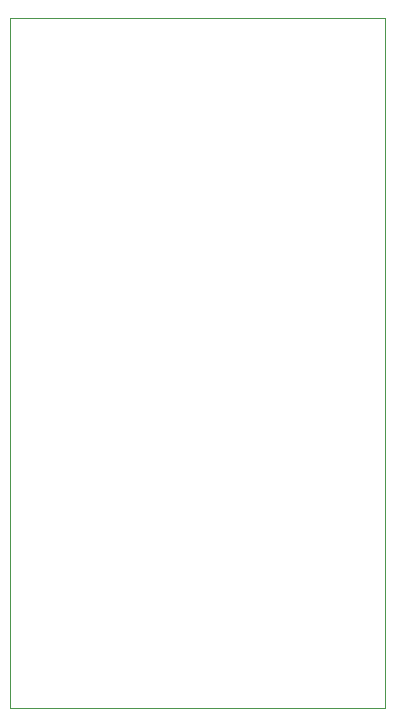
<source format=gbr>
G04 #@! TF.GenerationSoftware,KiCad,Pcbnew,(5.0.2)-1*
G04 #@! TF.CreationDate,2019-06-20T09:18:01+05:30*
G04 #@! TF.ProjectId,CapacityOfBattery,43617061-6369-4747-994f-664261747465,rev?*
G04 #@! TF.SameCoordinates,Original*
G04 #@! TF.FileFunction,Profile,NP*
%FSLAX46Y46*%
G04 Gerber Fmt 4.6, Leading zero omitted, Abs format (unit mm)*
G04 Created by KiCad (PCBNEW (5.0.2)-1) date 06/20/19 09:18:01*
%MOMM*%
%LPD*%
G01*
G04 APERTURE LIST*
%ADD10C,0.100000*%
G04 APERTURE END LIST*
D10*
X12700000Y-71120000D02*
X12700000Y-12700000D01*
X44450000Y-71120000D02*
X12700000Y-71120000D01*
X44450000Y-12700000D02*
X44450000Y-71120000D01*
X12700000Y-12700000D02*
X44450000Y-12700000D01*
M02*

</source>
